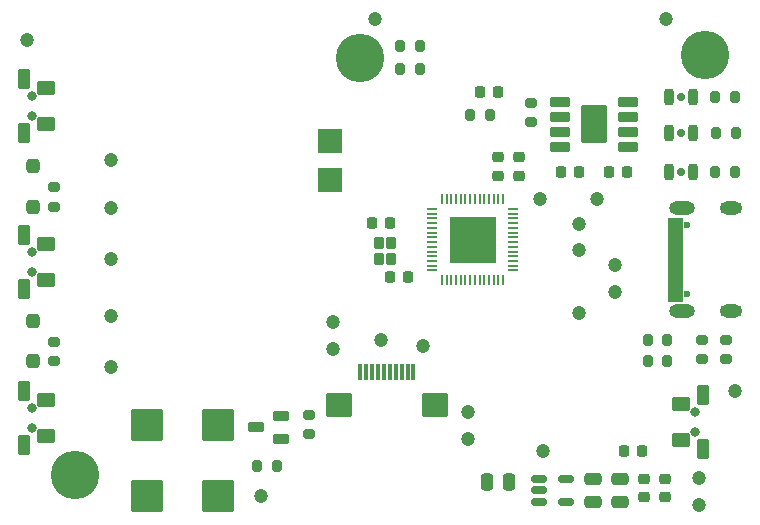
<source format=gbr>
%TF.GenerationSoftware,KiCad,Pcbnew,7.0.9*%
%TF.CreationDate,2023-12-20T20:28:38+02:00*%
%TF.ProjectId,DRM_Watch_V3,44524d5f-5761-4746-9368-5f56332e6b69,rev?*%
%TF.SameCoordinates,Original*%
%TF.FileFunction,Soldermask,Top*%
%TF.FilePolarity,Negative*%
%FSLAX46Y46*%
G04 Gerber Fmt 4.6, Leading zero omitted, Abs format (unit mm)*
G04 Created by KiCad (PCBNEW 7.0.9) date 2023-12-20 20:28:38*
%MOMM*%
%LPD*%
G01*
G04 APERTURE LIST*
G04 Aperture macros list*
%AMRoundRect*
0 Rectangle with rounded corners*
0 $1 Rounding radius*
0 $2 $3 $4 $5 $6 $7 $8 $9 X,Y pos of 4 corners*
0 Add a 4 corners polygon primitive as box body*
4,1,4,$2,$3,$4,$5,$6,$7,$8,$9,$2,$3,0*
0 Add four circle primitives for the rounded corners*
1,1,$1+$1,$2,$3*
1,1,$1+$1,$4,$5*
1,1,$1+$1,$6,$7*
1,1,$1+$1,$8,$9*
0 Add four rect primitives between the rounded corners*
20,1,$1+$1,$2,$3,$4,$5,0*
20,1,$1+$1,$4,$5,$6,$7,0*
20,1,$1+$1,$6,$7,$8,$9,0*
20,1,$1+$1,$8,$9,$2,$3,0*%
G04 Aperture macros list end*
%ADD10C,0.010000*%
%ADD11RoundRect,0.050000X1.000000X-1.000000X1.000000X1.000000X-1.000000X1.000000X-1.000000X-1.000000X0*%
%ADD12C,1.200000*%
%ADD13RoundRect,0.200000X0.275000X-0.200000X0.275000X0.200000X-0.275000X0.200000X-0.275000X-0.200000X0*%
%ADD14RoundRect,0.350000X0.250000X-0.250000X0.250000X0.250000X-0.250000X0.250000X-0.250000X-0.250000X0*%
%ADD15RoundRect,0.102000X-1.250000X-1.250000X1.250000X-1.250000X1.250000X1.250000X-1.250000X1.250000X0*%
%ADD16RoundRect,0.200000X-0.200000X-0.275000X0.200000X-0.275000X0.200000X0.275000X-0.200000X0.275000X0*%
%ADD17C,4.100000*%
%ADD18RoundRect,0.225000X-0.250000X0.225000X-0.250000X-0.225000X0.250000X-0.225000X0.250000X0.225000X0*%
%ADD19C,0.700000*%
%ADD20RoundRect,0.200000X0.200000X0.500000X-0.200000X0.500000X-0.200000X-0.500000X0.200000X-0.500000X0*%
%ADD21RoundRect,0.102000X-0.635000X0.450000X-0.635000X-0.450000X0.635000X-0.450000X0.635000X0.450000X0*%
%ADD22RoundRect,0.102000X-0.400000X0.725000X-0.400000X-0.725000X0.400000X-0.725000X0.400000X0.725000X0*%
%ADD23C,0.800000*%
%ADD24RoundRect,0.250000X0.250000X0.475000X-0.250000X0.475000X-0.250000X-0.475000X0.250000X-0.475000X0*%
%ADD25RoundRect,0.144000X0.573000X0.258000X-0.573000X0.258000X-0.573000X-0.258000X0.573000X-0.258000X0*%
%ADD26RoundRect,0.225000X-0.225000X-0.250000X0.225000X-0.250000X0.225000X0.250000X-0.225000X0.250000X0*%
%ADD27RoundRect,0.102000X-0.750000X0.330200X-0.750000X-0.330200X0.750000X-0.330200X0.750000X0.330200X0*%
%ADD28RoundRect,0.102000X-1.000000X1.500000X-1.000000X-1.500000X1.000000X-1.500000X1.000000X1.500000X0*%
%ADD29RoundRect,0.225000X0.225000X0.250000X-0.225000X0.250000X-0.225000X-0.250000X0.225000X-0.250000X0*%
%ADD30RoundRect,0.050000X-0.150000X-0.650000X0.150000X-0.650000X0.150000X0.650000X-0.150000X0.650000X0*%
%ADD31RoundRect,0.102000X-1.000000X-0.900000X1.000000X-0.900000X1.000000X0.900000X-1.000000X0.900000X0*%
%ADD32RoundRect,0.225000X0.250000X-0.225000X0.250000X0.225000X-0.250000X0.225000X-0.250000X-0.225000X0*%
%ADD33RoundRect,0.200000X0.200000X0.275000X-0.200000X0.275000X-0.200000X-0.275000X0.200000X-0.275000X0*%
%ADD34RoundRect,0.250000X-0.475000X0.250000X-0.475000X-0.250000X0.475000X-0.250000X0.475000X0.250000X0*%
%ADD35RoundRect,0.150000X-0.512500X-0.150000X0.512500X-0.150000X0.512500X0.150000X-0.512500X0.150000X0*%
%ADD36RoundRect,0.200000X-0.275000X0.200000X-0.275000X-0.200000X0.275000X-0.200000X0.275000X0.200000X0*%
%ADD37RoundRect,0.102000X0.635000X-0.450000X0.635000X0.450000X-0.635000X0.450000X-0.635000X-0.450000X0*%
%ADD38RoundRect,0.102000X0.400000X-0.725000X0.400000X0.725000X-0.400000X0.725000X-0.400000X-0.725000X0*%
%ADD39C,0.600000*%
%ADD40O,2.204000X1.104000*%
%ADD41O,1.904000X1.104000*%
%ADD42RoundRect,0.102000X0.350000X0.375000X-0.350000X0.375000X-0.350000X-0.375000X0.350000X-0.375000X0*%
%ADD43RoundRect,0.050000X0.050000X-0.350000X0.050000X0.350000X-0.050000X0.350000X-0.050000X-0.350000X0*%
%ADD44RoundRect,0.050000X0.350000X-0.050000X0.350000X0.050000X-0.350000X0.050000X-0.350000X-0.050000X0*%
%ADD45R,4.000000X4.000000*%
%ADD46RoundRect,0.250000X0.475000X-0.250000X0.475000X0.250000X-0.475000X0.250000X-0.475000X-0.250000X0*%
G04 APERTURE END LIST*
%TO.C,J1*%
D10*
X122540000Y-68581000D02*
X121300000Y-68581000D01*
X121300000Y-67881000D01*
X122540000Y-67881000D01*
X122540000Y-68581000D01*
G36*
X122540000Y-68581000D02*
G01*
X121300000Y-68581000D01*
X121300000Y-67881000D01*
X122540000Y-67881000D01*
X122540000Y-68581000D01*
G37*
X122540000Y-67781000D02*
X121300000Y-67781000D01*
X121300000Y-67081000D01*
X122540000Y-67081000D01*
X122540000Y-67781000D01*
G36*
X122540000Y-67781000D02*
G01*
X121300000Y-67781000D01*
X121300000Y-67081000D01*
X122540000Y-67081000D01*
X122540000Y-67781000D01*
G37*
X122540000Y-66981000D02*
X121300000Y-66981000D01*
X121300000Y-66581000D01*
X122540000Y-66581000D01*
X122540000Y-66981000D01*
G36*
X122540000Y-66981000D02*
G01*
X121300000Y-66981000D01*
X121300000Y-66581000D01*
X122540000Y-66581000D01*
X122540000Y-66981000D01*
G37*
X122540000Y-66481000D02*
X121300000Y-66481000D01*
X121300000Y-66081000D01*
X122540000Y-66081000D01*
X122540000Y-66481000D01*
G36*
X122540000Y-66481000D02*
G01*
X121300000Y-66481000D01*
X121300000Y-66081000D01*
X122540000Y-66081000D01*
X122540000Y-66481000D01*
G37*
X122540000Y-65981000D02*
X121300000Y-65981000D01*
X121300000Y-65581000D01*
X122540000Y-65581000D01*
X122540000Y-65981000D01*
G36*
X122540000Y-65981000D02*
G01*
X121300000Y-65981000D01*
X121300000Y-65581000D01*
X122540000Y-65581000D01*
X122540000Y-65981000D01*
G37*
X122540000Y-65481000D02*
X121300000Y-65481000D01*
X121300000Y-65081000D01*
X122540000Y-65081000D01*
X122540000Y-65481000D01*
G36*
X122540000Y-65481000D02*
G01*
X121300000Y-65481000D01*
X121300000Y-65081000D01*
X122540000Y-65081000D01*
X122540000Y-65481000D01*
G37*
X122540000Y-64981000D02*
X121300000Y-64981000D01*
X121300000Y-64581000D01*
X122540000Y-64581000D01*
X122540000Y-64981000D01*
G36*
X122540000Y-64981000D02*
G01*
X121300000Y-64981000D01*
X121300000Y-64581000D01*
X122540000Y-64581000D01*
X122540000Y-64981000D01*
G37*
X122540000Y-64481000D02*
X121300000Y-64481000D01*
X121300000Y-64081000D01*
X122540000Y-64081000D01*
X122540000Y-64481000D01*
G36*
X122540000Y-64481000D02*
G01*
X121300000Y-64481000D01*
X121300000Y-64081000D01*
X122540000Y-64081000D01*
X122540000Y-64481000D01*
G37*
X122540000Y-63981000D02*
X121300000Y-63981000D01*
X121300000Y-63581000D01*
X122540000Y-63581000D01*
X122540000Y-63981000D01*
G36*
X122540000Y-63981000D02*
G01*
X121300000Y-63981000D01*
X121300000Y-63581000D01*
X122540000Y-63581000D01*
X122540000Y-63981000D01*
G37*
X122540000Y-63481000D02*
X121300000Y-63481000D01*
X121300000Y-63081000D01*
X122540000Y-63081000D01*
X122540000Y-63481000D01*
G36*
X122540000Y-63481000D02*
G01*
X121300000Y-63481000D01*
X121300000Y-63081000D01*
X122540000Y-63081000D01*
X122540000Y-63481000D01*
G37*
X122540000Y-62981000D02*
X121300000Y-62981000D01*
X121300000Y-62281000D01*
X122540000Y-62281000D01*
X122540000Y-62981000D01*
G36*
X122540000Y-62981000D02*
G01*
X121300000Y-62981000D01*
X121300000Y-62281000D01*
X122540000Y-62281000D01*
X122540000Y-62981000D01*
G37*
X122540000Y-62181000D02*
X121300000Y-62181000D01*
X121300000Y-61481000D01*
X122540000Y-61481000D01*
X122540000Y-62181000D01*
G36*
X122540000Y-62181000D02*
G01*
X121300000Y-62181000D01*
X121300000Y-61481000D01*
X122540000Y-61481000D01*
X122540000Y-62181000D01*
G37*
%TD*%
D11*
%TO.C,BT1*%
X92710000Y-54991000D03*
X92710000Y-58293000D03*
%TD*%
D12*
%TO.C,TP15*%
X97028000Y-71882000D03*
%TD*%
D13*
%TO.C,R3*%
X124206000Y-73469000D03*
X124206000Y-71819000D03*
%TD*%
D14*
%TO.C,D2*%
X67564000Y-70260000D03*
X67564000Y-73660000D03*
%TD*%
D15*
%TO.C,LS1*%
X77264000Y-85042000D03*
X77264000Y-79042000D03*
X83264000Y-79042000D03*
X83264000Y-85042000D03*
%TD*%
D16*
%TO.C,R14*%
X119634000Y-73660000D03*
X121284000Y-73660000D03*
%TD*%
D13*
%TO.C,R6*%
X69342000Y-73660000D03*
X69342000Y-72010000D03*
%TD*%
D17*
%TO.C,M2*%
X124460000Y-47752000D03*
%TD*%
D12*
%TO.C,TP9*%
X123952000Y-85852000D03*
%TD*%
D18*
%TO.C,C5*%
X121103000Y-83632000D03*
X121103000Y-85182000D03*
%TD*%
D12*
%TO.C,TP24*%
X113792000Y-62028000D03*
%TD*%
%TO.C,TP23*%
X110490000Y-59944000D03*
%TD*%
D13*
%TO.C,R9*%
X109728000Y-53403000D03*
X109728000Y-51753000D03*
%TD*%
D19*
%TO.C,D3*%
X122428000Y-54356000D03*
D20*
X123444000Y-54356000D03*
X121412000Y-54356000D03*
%TD*%
D12*
%TO.C,TP5*%
X74168000Y-74168000D03*
%TD*%
D21*
%TO.C,S2*%
X68703000Y-63754000D03*
X68703000Y-66802000D03*
D22*
X66818000Y-62992000D03*
D23*
X67518000Y-64428000D03*
X67518000Y-66128000D03*
D22*
X66818000Y-67564000D03*
%TD*%
D24*
%TO.C,C9*%
X107884000Y-83886000D03*
X105984000Y-83886000D03*
%TD*%
D25*
%TO.C,Q1*%
X88569000Y-80198000D03*
X88569000Y-78298000D03*
X86449000Y-79248000D03*
%TD*%
D26*
%TO.C,C6*%
X117576000Y-81280000D03*
X119126000Y-81280000D03*
%TD*%
D18*
%TO.C,C4*%
X119325000Y-83632000D03*
X119325000Y-85182000D03*
%TD*%
D27*
%TO.C,U3*%
X112156554Y-51699405D03*
X112156554Y-52969405D03*
X112156554Y-54239405D03*
X112156554Y-55509405D03*
X117953766Y-55501515D03*
X117953766Y-54231515D03*
X117953766Y-52961515D03*
X117953766Y-51691515D03*
D28*
X115062000Y-53594000D03*
%TD*%
D12*
%TO.C,TP16*%
X100584000Y-72390000D03*
%TD*%
%TO.C,TP20*%
X74168000Y-69850000D03*
%TD*%
%TO.C,TP12*%
X113792000Y-69596000D03*
%TD*%
D21*
%TO.C,S1*%
X68703000Y-50546000D03*
X68703000Y-53594000D03*
D22*
X66818000Y-49784000D03*
D23*
X67518000Y-51220000D03*
X67518000Y-52920000D03*
D22*
X66818000Y-54356000D03*
%TD*%
D29*
%TO.C,C12*%
X113805000Y-57658000D03*
X112255000Y-57658000D03*
%TD*%
D30*
%TO.C,J2*%
X95286000Y-74595000D03*
X95786000Y-74595000D03*
X96286000Y-74595000D03*
X96786000Y-74595000D03*
X97286000Y-74595000D03*
X97786000Y-74595000D03*
X98286000Y-74595000D03*
X98786000Y-74595000D03*
X99286000Y-74595000D03*
X99786000Y-74595000D03*
D31*
X93486000Y-77345000D03*
X101586000Y-77345000D03*
%TD*%
D12*
%TO.C,TP11*%
X96520000Y-44704000D03*
%TD*%
D32*
%TO.C,C7*%
X106934000Y-57938000D03*
X106934000Y-56388000D03*
%TD*%
D26*
%TO.C,C3*%
X96240000Y-61948000D03*
X97790000Y-61948000D03*
%TD*%
D33*
%TO.C,R7*%
X127063000Y-54356000D03*
X125413000Y-54356000D03*
%TD*%
D21*
%TO.C,S4*%
X68703000Y-76962000D03*
X68703000Y-80010000D03*
D22*
X66818000Y-76200000D03*
D23*
X67518000Y-77636000D03*
X67518000Y-79336000D03*
D22*
X66818000Y-80772000D03*
%TD*%
D12*
%TO.C,TP14*%
X92964000Y-70358000D03*
%TD*%
D26*
%TO.C,C13*%
X105410000Y-50830000D03*
X106960000Y-50830000D03*
%TD*%
D12*
%TO.C,TP1*%
X123952000Y-83566000D03*
%TD*%
D16*
%TO.C,R10*%
X125350000Y-57658000D03*
X127000000Y-57658000D03*
%TD*%
D34*
%TO.C,C10*%
X115007000Y-83632000D03*
X115007000Y-85532000D03*
%TD*%
D12*
%TO.C,TP7*%
X116840000Y-65532000D03*
%TD*%
D14*
%TO.C,D1*%
X67564000Y-57150000D03*
X67564000Y-60550000D03*
%TD*%
D29*
%TO.C,C11*%
X117869000Y-57658000D03*
X116319000Y-57658000D03*
%TD*%
D26*
%TO.C,C2*%
X97777000Y-66548000D03*
X99327000Y-66548000D03*
%TD*%
D13*
%TO.C,R5*%
X69342000Y-60578000D03*
X69342000Y-58928000D03*
%TD*%
D12*
%TO.C,TP4*%
X74168000Y-65024000D03*
%TD*%
%TO.C,TP19*%
X74168000Y-60706000D03*
%TD*%
%TO.C,TP6*%
X116840000Y-67818000D03*
%TD*%
D33*
%TO.C,R8*%
X127000000Y-51308000D03*
X125350000Y-51308000D03*
%TD*%
D12*
%TO.C,TP2*%
X110744000Y-81280000D03*
%TD*%
D16*
%TO.C,R4*%
X86551000Y-82550000D03*
X88201000Y-82550000D03*
%TD*%
D35*
%TO.C,U2*%
X110435000Y-83632000D03*
X110435000Y-84582000D03*
X110435000Y-85532000D03*
X112710000Y-85532000D03*
X112710000Y-83632000D03*
%TD*%
D12*
%TO.C,TP13*%
X92964000Y-72644000D03*
%TD*%
%TO.C,TP22*%
X86868000Y-85090000D03*
%TD*%
%TO.C,TP25*%
X113792000Y-64262000D03*
%TD*%
D17*
%TO.C,M3*%
X95250000Y-48006000D03*
%TD*%
D36*
%TO.C,R2*%
X126238000Y-71819000D03*
X126238000Y-73469000D03*
%TD*%
D37*
%TO.C,S3*%
X122452000Y-80352000D03*
X122452000Y-77304000D03*
D38*
X124337000Y-81114000D03*
D23*
X123637000Y-79678000D03*
X123637000Y-77978000D03*
D38*
X124337000Y-76542000D03*
%TD*%
D16*
%TO.C,R11*%
X98680000Y-48932000D03*
X100330000Y-48932000D03*
%TD*%
D33*
%TO.C,R15*%
X106235000Y-52832000D03*
X104585000Y-52832000D03*
%TD*%
D12*
%TO.C,TP8*%
X67056000Y-46482000D03*
%TD*%
%TO.C,TP17*%
X104394000Y-77978000D03*
%TD*%
D17*
%TO.C,M1*%
X71120000Y-83312000D03*
%TD*%
D39*
%TO.C,J1*%
X122990000Y-67921000D03*
X122990000Y-62141000D03*
D40*
X122500000Y-69356000D03*
X122500000Y-60706000D03*
D41*
X126670000Y-69356000D03*
X126670000Y-60706000D03*
%TD*%
D33*
%TO.C,R13*%
X121284000Y-71882000D03*
X119634000Y-71882000D03*
%TD*%
D12*
%TO.C,TP3*%
X74168000Y-56642000D03*
%TD*%
%TO.C,TP18*%
X104394000Y-80264000D03*
%TD*%
%TO.C,TP21*%
X115316000Y-59944000D03*
%TD*%
D42*
%TO.C,Y1*%
X97902000Y-64963000D03*
X97902000Y-63613000D03*
X96902000Y-63613000D03*
X96902000Y-64963000D03*
%TD*%
D33*
%TO.C,R12*%
X100330000Y-46990000D03*
X98680000Y-46990000D03*
%TD*%
D19*
%TO.C,D5*%
X122428000Y-57658000D03*
D20*
X123444000Y-57658000D03*
X121412000Y-57658000D03*
%TD*%
D12*
%TO.C,TP10*%
X127000000Y-76200000D03*
%TD*%
D32*
%TO.C,C8*%
X108712000Y-57938000D03*
X108712000Y-56388000D03*
%TD*%
D19*
%TO.C,D4*%
X122428000Y-51308000D03*
D20*
X123444000Y-51308000D03*
X121412000Y-51308000D03*
%TD*%
D13*
%TO.C,R1*%
X90932000Y-79819000D03*
X90932000Y-78169000D03*
%TD*%
D12*
%TO.C,TP26*%
X121158000Y-44704000D03*
%TD*%
D43*
%TO.C,U1*%
X102189000Y-66809000D03*
X102589000Y-66809000D03*
X102989000Y-66809000D03*
X103389000Y-66809000D03*
X103789000Y-66809000D03*
X104189000Y-66809000D03*
X104589000Y-66809000D03*
X104989000Y-66809000D03*
X105389000Y-66809000D03*
X105789000Y-66809000D03*
X106189000Y-66809000D03*
X106589000Y-66809000D03*
X106989000Y-66809000D03*
X107389000Y-66809000D03*
D44*
X108239000Y-65959000D03*
X108239000Y-65559000D03*
X108239000Y-65159000D03*
X108239000Y-64759000D03*
X108239000Y-64359000D03*
X108239000Y-63959000D03*
X108239000Y-63559000D03*
X108239000Y-63159000D03*
X108239000Y-62759000D03*
X108239000Y-62359000D03*
X108239000Y-61959000D03*
X108239000Y-61559000D03*
X108239000Y-61159000D03*
X108239000Y-60759000D03*
D43*
X107389000Y-59909000D03*
X106989000Y-59909000D03*
X106589000Y-59909000D03*
X106189000Y-59909000D03*
X105789000Y-59909000D03*
X105389000Y-59909000D03*
X104989000Y-59909000D03*
X104589000Y-59909000D03*
X104189000Y-59909000D03*
X103789000Y-59909000D03*
X103389000Y-59909000D03*
X102989000Y-59909000D03*
X102589000Y-59909000D03*
X102189000Y-59909000D03*
D44*
X101339000Y-60759000D03*
X101339000Y-61159000D03*
X101339000Y-61559000D03*
X101339000Y-61959000D03*
X101339000Y-62359000D03*
X101339000Y-62759000D03*
X101339000Y-63159000D03*
X101339000Y-63559000D03*
X101339000Y-63959000D03*
X101339000Y-64359000D03*
X101339000Y-64759000D03*
X101339000Y-65159000D03*
X101339000Y-65559000D03*
X101339000Y-65959000D03*
D45*
X104789000Y-63359000D03*
%TD*%
D46*
%TO.C,C1*%
X117293000Y-85532000D03*
X117293000Y-83632000D03*
%TD*%
M02*

</source>
